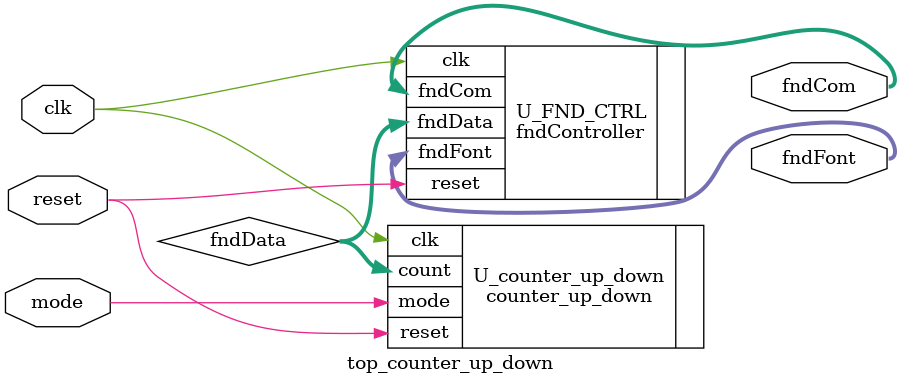
<source format=v>
`timescale 1ns / 1ps

module top_counter_up_down(
    input clk,
    input reset,
    input mode,
    output [3:0] fndCom,
    output [7:0] fndFont
    );

    wire [13:0] fndData;

    counter_up_down U_counter_up_down(
        .clk(clk),
        .reset(reset),
        .mode(mode),
        .count(fndData)
    );

    fndController U_FND_CTRL(
        .clk(clk),
        .reset(reset),
        .fndData(fndData),
        .fndCom(fndCom),
        .fndFont(fndFont)
    );
endmodule

</source>
